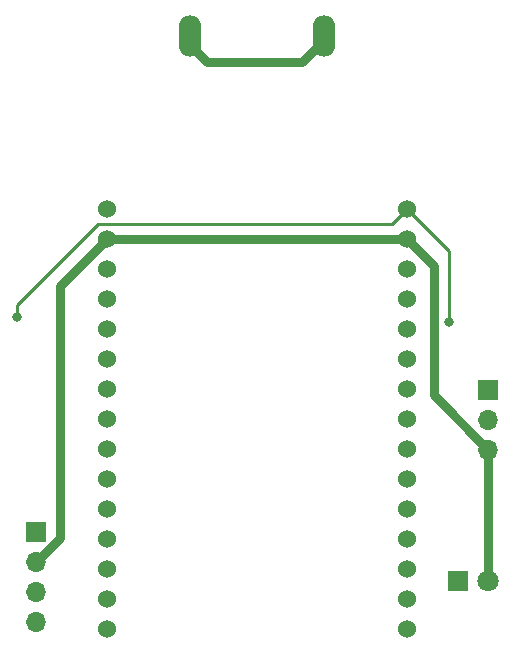
<source format=gbl>
%TF.GenerationSoftware,KiCad,Pcbnew,7.0.6*%
%TF.CreationDate,2024-09-24T20:19:06-04:00*%
%TF.ProjectId,ESP32_Temp_Humidity,45535033-325f-4546-956d-705f48756d69,rev?*%
%TF.SameCoordinates,Original*%
%TF.FileFunction,Copper,L2,Bot*%
%TF.FilePolarity,Positive*%
%FSLAX46Y46*%
G04 Gerber Fmt 4.6, Leading zero omitted, Abs format (unit mm)*
G04 Created by KiCad (PCBNEW 7.0.6) date 2024-09-24 20:19:06*
%MOMM*%
%LPD*%
G01*
G04 APERTURE LIST*
%TA.AperFunction,ComponentPad*%
%ADD10O,1.900000X3.500000*%
%TD*%
%TA.AperFunction,ComponentPad*%
%ADD11R,1.800000X1.800000*%
%TD*%
%TA.AperFunction,ComponentPad*%
%ADD12C,1.800000*%
%TD*%
%TA.AperFunction,ComponentPad*%
%ADD13R,1.700000X1.700000*%
%TD*%
%TA.AperFunction,ComponentPad*%
%ADD14O,1.700000X1.700000*%
%TD*%
%TA.AperFunction,ComponentPad*%
%ADD15C,1.524000*%
%TD*%
%TA.AperFunction,ViaPad*%
%ADD16C,0.800000*%
%TD*%
%TA.AperFunction,Conductor*%
%ADD17C,0.762000*%
%TD*%
%TA.AperFunction,Conductor*%
%ADD18C,0.250000*%
%TD*%
G04 APERTURE END LIST*
D10*
%TO.P,J1,5,Shield*%
%TO.N,GND*%
X125110000Y-48810000D03*
X136510000Y-48810000D03*
%TD*%
D11*
%TO.P,R4,1*%
%TO.N,/PHOTORES*%
X147823000Y-94996000D03*
D12*
%TO.P,R4,2*%
%TO.N,GND*%
X150363000Y-94996000D03*
%TD*%
D13*
%TO.P,J3,1,Pin_1*%
%TO.N,/AM312_PWR*%
X150393000Y-78755000D03*
D14*
%TO.P,J3,2,Pin_2*%
%TO.N,/MOTION_OUT*%
X150393000Y-81295000D03*
%TO.P,J3,3,Pin_3*%
%TO.N,GND*%
X150393000Y-83835000D03*
%TD*%
D15*
%TO.P,U1,1,+3.3V*%
%TO.N,+3.3V*%
X118110000Y-63500000D03*
%TO.P,U1,2,GND*%
%TO.N,GND*%
X118110000Y-66040000D03*
%TO.P,U1,3,GPIO15*%
%TO.N,unconnected-(U1-GPIO15-Pad3)*%
X118110000Y-68580000D03*
%TO.P,U1,4,GPIO2*%
%TO.N,unconnected-(U1-GPIO2-Pad4)*%
X118110000Y-71120000D03*
%TO.P,U1,5,GPIO4*%
%TO.N,unconnected-(U1-GPIO4-Pad5)*%
X118110000Y-73660000D03*
%TO.P,U1,6,GPIO16*%
%TO.N,unconnected-(U1-GPIO16-Pad6)*%
X118110000Y-76200000D03*
%TO.P,U1,7,GPIO17*%
%TO.N,unconnected-(U1-GPIO17-Pad7)*%
X118110000Y-78740000D03*
%TO.P,U1,8,GPIO5*%
%TO.N,unconnected-(U1-GPIO5-Pad8)*%
X118110000Y-81280000D03*
%TO.P,U1,9,GPIO18*%
%TO.N,unconnected-(U1-GPIO18-Pad9)*%
X118110000Y-83820000D03*
%TO.P,U1,10,GPIO19*%
%TO.N,unconnected-(U1-GPIO19-Pad10)*%
X118110000Y-86360000D03*
%TO.P,U1,11,GPIO21*%
%TO.N,/SDA*%
X118110000Y-88900000D03*
%TO.P,U1,12,GPIO3*%
%TO.N,unconnected-(U1-GPIO3-Pad12)*%
X118110000Y-91440000D03*
%TO.P,U1,13,GPIO1*%
%TO.N,unconnected-(U1-GPIO1-Pad13)*%
X118110000Y-93980000D03*
%TO.P,U1,14,GPIO22*%
%TO.N,/SCL*%
X118110000Y-96520000D03*
%TO.P,U1,15,GPIO23*%
%TO.N,unconnected-(U1-GPIO23-Pad15)*%
X118110000Y-99060000D03*
%TO.P,U1,16,EN*%
%TO.N,unconnected-(U1-EN-Pad16)*%
X143510000Y-99060000D03*
%TO.P,U1,17,GPIO36*%
%TO.N,/PHOTORES*%
X143510000Y-96520000D03*
%TO.P,U1,18,GPIO39*%
%TO.N,unconnected-(U1-GPIO39-Pad18)*%
X143510000Y-93980000D03*
%TO.P,U1,19,GPIO34*%
%TO.N,unconnected-(U1-GPIO34-Pad19)*%
X143510000Y-91440000D03*
%TO.P,U1,20,GPIO35*%
%TO.N,unconnected-(U1-GPIO35-Pad20)*%
X143510000Y-88900000D03*
%TO.P,U1,21,GPIO32*%
%TO.N,unconnected-(U1-GPIO32-Pad21)*%
X143510000Y-86360000D03*
%TO.P,U1,22,GPIO33*%
%TO.N,unconnected-(U1-GPIO33-Pad22)*%
X143510000Y-83820000D03*
%TO.P,U1,23,GPIO25*%
%TO.N,unconnected-(U1-GPIO25-Pad23)*%
X143510000Y-81280000D03*
%TO.P,U1,24,GPIO26*%
%TO.N,unconnected-(U1-GPIO26-Pad24)*%
X143510000Y-78740000D03*
%TO.P,U1,25,GPIO27*%
%TO.N,/MOTION_OUT*%
X143510000Y-76200000D03*
%TO.P,U1,26,GPIO14*%
%TO.N,unconnected-(U1-GPIO14-Pad26)*%
X143510000Y-73660000D03*
%TO.P,U1,27,GPIO12*%
%TO.N,unconnected-(U1-GPIO12-Pad27)*%
X143510000Y-71120000D03*
%TO.P,U1,28,GPIO13*%
%TO.N,unconnected-(U1-GPIO13-Pad28)*%
X143510000Y-68580000D03*
%TO.P,U1,29,GND*%
%TO.N,GND*%
X143510000Y-66040000D03*
%TO.P,U1,30,VIN*%
%TO.N,+5V*%
X143510000Y-63500000D03*
%TD*%
D13*
%TO.P,J2,1,Pin_1*%
%TO.N,/AHT21_PWR*%
X112141000Y-90805000D03*
D14*
%TO.P,J2,2,Pin_2*%
%TO.N,GND*%
X112141000Y-93345000D03*
%TO.P,J2,3,Pin_3*%
%TO.N,/SCL*%
X112141000Y-95885000D03*
%TO.P,J2,4,Pin_4*%
%TO.N,/SDA*%
X112141000Y-98425000D03*
%TD*%
D16*
%TO.N,+5V*%
X110490000Y-72644000D03*
X147066000Y-73025000D03*
%TD*%
D17*
%TO.N,GND*%
X150393000Y-83835000D02*
X150393000Y-94966000D01*
X150393000Y-94966000D02*
X150363000Y-94996000D01*
D18*
%TO.N,+5V*%
X110490000Y-71628000D02*
X110490000Y-72644000D01*
X117348000Y-64770000D02*
X110490000Y-71628000D01*
X142240000Y-64770000D02*
X117348000Y-64770000D01*
X143510000Y-63500000D02*
X142240000Y-64770000D01*
X147066000Y-73025000D02*
X147066000Y-67056000D01*
X147066000Y-67056000D02*
X143510000Y-63500000D01*
D17*
%TO.N,GND*%
X134620000Y-51054000D02*
X126619000Y-51054000D01*
X136510000Y-49164000D02*
X134620000Y-51054000D01*
X125110000Y-49545000D02*
X125110000Y-48810000D01*
X136510000Y-48810000D02*
X136510000Y-49164000D01*
X126619000Y-51054000D02*
X125110000Y-49545000D01*
X143510000Y-66040000D02*
X145796000Y-68326000D01*
X145796000Y-68326000D02*
X145796000Y-79238000D01*
X145796000Y-79238000D02*
X150393000Y-83835000D01*
X118110000Y-66040000D02*
X143510000Y-66040000D01*
X114173000Y-91313000D02*
X112141000Y-93345000D01*
X118110000Y-66040000D02*
X114173000Y-69977000D01*
X114173000Y-69977000D02*
X114173000Y-91313000D01*
%TD*%
M02*

</source>
